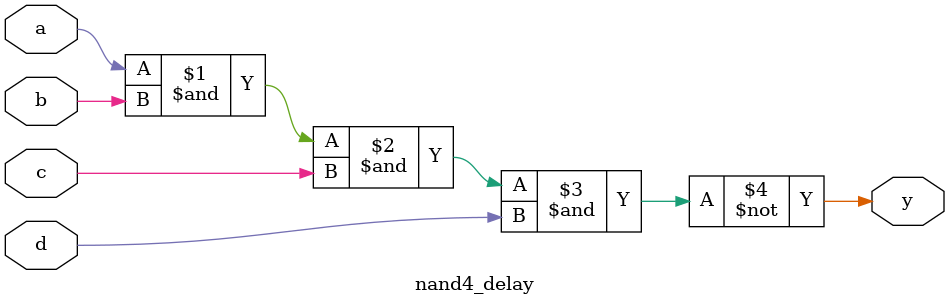
<source format=sv>
`timescale 1ns / 1ps

module nand4_delay ( 
	input logic a,   // First input 
	input logic b,   // Second input 
    input logic c,   // third input 
    input logic d,   // fourth input 
	output logic y   // Output 
	); 

// Continuous assignment for XOR gate 
    assign #1.5ns y = ~(a & b & c & d);  // Perform the XOR operation after the delay
	//assign y = ~(a & b & c & d);  // Perform the XOR operation after the delay

	
endmodule
</source>
